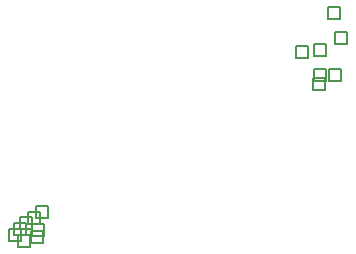
<source format=gbr>
%TF.GenerationSoftware,Altium Limited,Altium Designer,21.8.1 (53)*%
G04 Layer_Color=2752767*
%FSLAX45Y45*%
%MOMM*%
%TF.SameCoordinates,7374835A-4B4A-4399-96A1-91FF428CB2AC*%
%TF.FilePolarity,Positive*%
%TF.FileFunction,Drawing*%
%TF.Part,Single*%
G01*
G75*
%TA.AperFunction,NonConductor*%
%ADD32C,0.12700*%
D32*
X460290Y91506D02*
Y193106D01*
X561890D01*
Y91506D01*
X460290D01*
X456741Y30802D02*
Y132402D01*
X558341D01*
Y30802D01*
X456741D01*
X359200Y149200D02*
Y250800D01*
X460800D01*
Y149200D01*
X359200D01*
X268860Y49030D02*
Y150630D01*
X370460D01*
Y49030D01*
X268860D01*
X339200Y-1410D02*
Y100190D01*
X440800D01*
Y-1410D01*
X339200D01*
X429200Y199200D02*
Y300800D01*
X530800D01*
Y199200D01*
X429200D01*
X309676Y99675D02*
Y201275D01*
X411276D01*
Y99675D01*
X309676D01*
X496272Y248644D02*
Y350244D01*
X597872D01*
Y248644D01*
X496272D01*
X2692500Y1600600D02*
Y1702200D01*
X2794100D01*
Y1600600D01*
X2692500D01*
X2844904Y1402540D02*
Y1504140D01*
X2946504D01*
Y1402540D01*
X2844904D01*
X2852631Y1616602D02*
Y1718202D01*
X2954231D01*
Y1616602D01*
X2852631D01*
X3029448Y1717300D02*
Y1818900D01*
X3131048D01*
Y1717300D01*
X3029448D01*
X2839200Y1329200D02*
Y1430800D01*
X2940800D01*
Y1329200D01*
X2839200D01*
X2972203Y1403827D02*
Y1505427D01*
X3073803D01*
Y1403827D01*
X2972203D01*
X2970700Y1932600D02*
Y2034200D01*
X3072300D01*
Y1932600D01*
X2970700D01*
%TF.MD5,35726f2f90677bdc47a3aefc14420145*%
M02*

</source>
